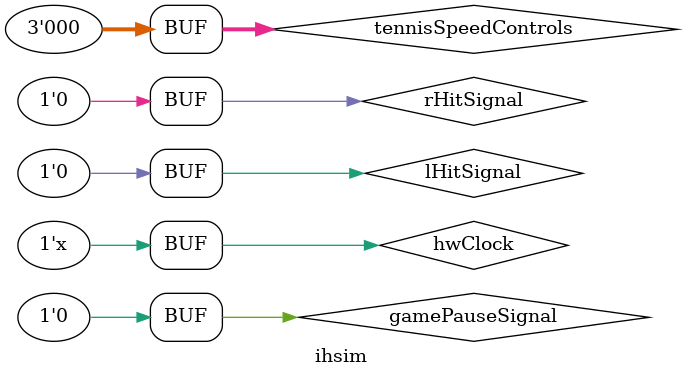
<source format=v>
`timescale 1ns / 1ps


module ihsim();
    reg hwClock=0;
    reg gamePauseSignal=0;
    reg [2:0] tennisSpeedControls={0,0,0};
    reg lHitSignal=0;
    reg rHitSignal=0;
    wire [7:0] tennisLeds;
    wire lServeLed;
    wire rServeLed;
    wire [7:0] digitSelectors;
    wire [7:0] digitSegmentsL;
    wire [7:0] digitSegmentsR;
    
    InteractionHandlerForSim ih(hwClock,gamePauseSignal,tennisSpeedControls,lHitSignal,rHitSignal,
    tennisLeds,lServeLed,rServeLed,digitSelectors,digitSegmentsL,digitSegmentsR);
    
    always begin
        #1;
        hwClock=~hwClock;
    end
    
    always begin
            
        #100;
        lHitSignal=1;
        #30;
        lHitSignal=0;
    end
endmodule

</source>
